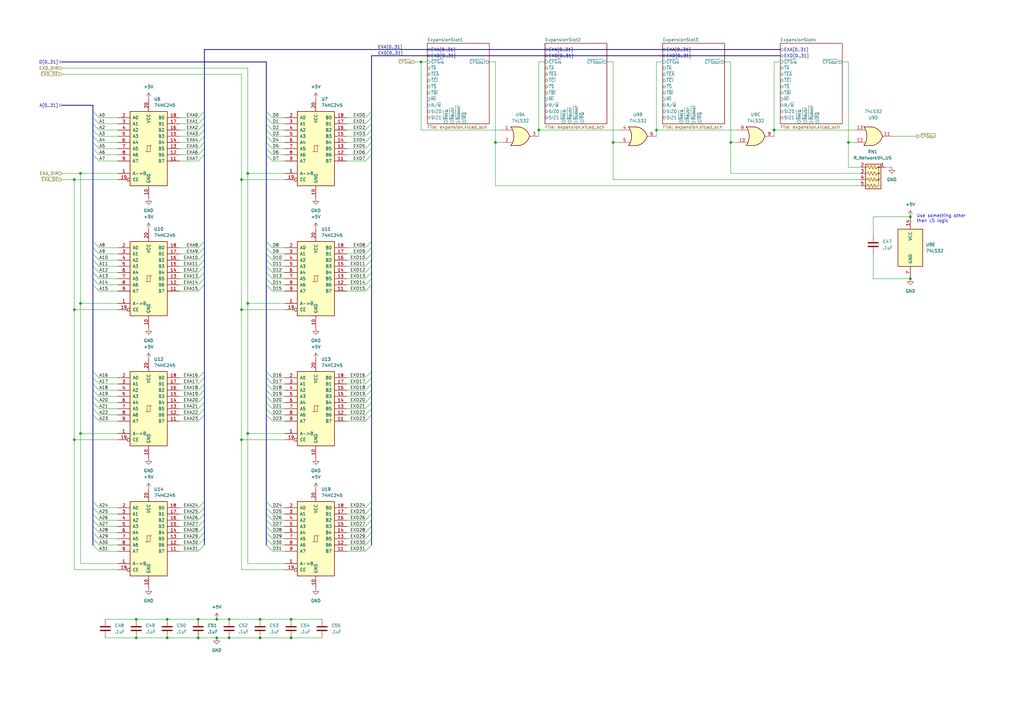
<source format=kicad_sch>
(kicad_sch (version 20230121) (generator eeschema)
  (paper "A3")
  (lib_symbols
    (symbol "74xx:74HC245" (pin_names (offset 1.016))
      (property "Reference" "U" (at -7.62 16.51 0))
      (property "Value" "74HC245" (at -7.62 -16.51 0))
      (symbol "74HC245_1_0"
        (pin input line (at -12.7 -10.16 0) (length 5.08) (name "A->B") (number "1"))
        (pin power_in line (at 0 -20.32 90) (length 5.08) (name "GND") (number "10"))
        (pin tri_state line (at 12.7 -5.08 180) (length 5.08) (name "B7") (number "11"))
        (pin tri_state line (at 12.7 -2.54 180) (length 5.08) (name "B6") (number "12"))
        (pin tri_state line (at 12.7 0 180) (length 5.08) (name "B5") (number "13"))
        (pin tri_state line (at 12.7 2.54 180) (length 5.08) (name "B4") (number "14"))
        (pin tri_state line (at 12.7 5.08 180) (length 5.08) (name "B3") (number "15"))
        (pin tri_state line (at 12.7 7.62 180) (length 5.08) (name "B2") (number "16"))
        (pin tri_state line (at 12.7 10.16 180) (length 5.08) (name "B1") (number "17"))
        (pin tri_state line (at 12.7 12.7 180) (length 5.08) (name "B0") (number "18"))
        (pin input inverted (at -12.7 -12.7 0) (length 5.08) (name "CE") (number "19"))
        (pin tri_state line (at -12.7 12.7 0) (length 5.08) (name "A0") (number "2"))
        (pin power_in line (at 0 20.32 270) (length 5.08) (name "VCC") (number "20"))
        (pin tri_state line (at -12.7 10.16 0) (length 5.08) (name "A1") (number "3"))
        (pin tri_state line (at -12.7 7.62 0) (length 5.08) (name "A2") (number "4"))
        (pin tri_state line (at -12.7 5.08 0) (length 5.08) (name "A3") (number "5"))
        (pin tri_state line (at -12.7 2.54 0) (length 5.08) (name "A4") (number "6"))
        (pin tri_state line (at -12.7 0 0) (length 5.08) (name "A5") (number "7"))
        (pin tri_state line (at -12.7 -2.54 0) (length 5.08) (name "A6") (number "8"))
        (pin tri_state line (at -12.7 -5.08 0) (length 5.08) (name "A7") (number "9"))
      )
    )
    (symbol "74xx:74LS32" (pin_names (offset 1.016))
      (property "Reference" "U" (at 0 1.27 0))
      (property "Value" "74LS32" (at 0 -1.27 0))
      (symbol "74LS32_1_1"
        (pin input line (at -7.62 2.54 0) (length 4.318) (name "~") (number "1"))
        (pin input line (at -7.62 -2.54 0) (length 4.318) (name "~") (number "2"))
        (pin output line (at 7.62 0 180) (length 3.81) (name "~") (number "3"))
      )
      (symbol "74LS32_1_2"
        (pin input inverted (at -7.62 2.54 0) (length 3.81) (name "~") (number "1"))
        (pin input inverted (at -7.62 -2.54 0) (length 3.81) (name "~") (number "2"))
        (pin output inverted (at 7.62 0 180) (length 3.81) (name "~") (number "3"))
      )
      (symbol "74LS32_2_1"
        (pin input line (at -7.62 2.54 0) (length 4.318) (name "~") (number "4"))
        (pin input line (at -7.62 -2.54 0) (length 4.318) (name "~") (number "5"))
        (pin output line (at 7.62 0 180) (length 3.81) (name "~") (number "6"))
      )
      (symbol "74LS32_2_2"
        (pin input inverted (at -7.62 2.54 0) (length 3.81) (name "~") (number "4"))
        (pin input inverted (at -7.62 -2.54 0) (length 3.81) (name "~") (number "5"))
        (pin output inverted (at 7.62 0 180) (length 3.81) (name "~") (number "6"))
      )
      (symbol "74LS32_3_1"
        (pin input line (at -7.62 -2.54 0) (length 4.318) (name "~") (number "10"))
        (pin output line (at 7.62 0 180) (length 3.81) (name "~") (number "8"))
        (pin input line (at -7.62 2.54 0) (length 4.318) (name "~") (number "9"))
      )
      (symbol "74LS32_3_2"
        (pin input inverted (at -7.62 -2.54 0) (length 3.81) (name "~") (number "10"))
        (pin output inverted (at 7.62 0 180) (length 3.81) (name "~") (number "8"))
        (pin input inverted (at -7.62 2.54 0) (length 3.81) (name "~") (number "9"))
      )
      (symbol "74LS32_4_1"
        (pin output line (at 7.62 0 180) (length 3.81) (name "~") (number "11"))
        (pin input line (at -7.62 2.54 0) (length 4.318) (name "~") (number "12"))
        (pin input line (at -7.62 -2.54 0) (length 4.318) (name "~") (number "13"))
      )
      (symbol "74LS32_4_2"
        (pin output inverted (at 7.62 0 180) (length 3.81) (name "~") (number "11"))
        (pin input inverted (at -7.62 2.54 0) (length 3.81) (name "~") (number "12"))
        (pin input inverted (at -7.62 -2.54 0) (length 3.81) (name "~") (number "13"))
      )
      (symbol "74LS32_5_0"
        (pin power_in line (at 0 12.7 270) (length 5.08) (name "VCC") (number "14"))
        (pin power_in line (at 0 -12.7 90) (length 5.08) (name "GND") (number "7"))
      )
    )
    (symbol "Device:C" (pin_numbers hide) (pin_names (offset 0.254))
      (property "Reference" "C" (at 0.635 2.54 0))
      (property "Value" "C" (at 0.635 -2.54 0))
      (symbol "C_1_1"
        (pin passive line (at 0 3.81 270) (length 2.794) (name "~") (number "1"))
        (pin passive line (at 0 -3.81 90) (length 2.794) (name "~") (number "2"))
      )
    )
    (symbol "Device:R_Network04_US" (pin_names (offset 0) hide)
      (property "Reference" "RN" (at -7.62 0 90))
      (property "Value" "R_Network04_US" (at 5.08 0 90))
      (symbol "R_Network04_US_1_1"
        (pin passive line (at -5.08 5.08 270) (length 2.54) (name "common") (number "1"))
        (pin passive line (at -5.08 -5.08 90) (length 1.27) (name "R1") (number "2"))
        (pin passive line (at -2.54 -5.08 90) (length 1.27) (name "R2") (number "3"))
        (pin passive line (at 0 -5.08 90) (length 1.27) (name "R3") (number "4"))
        (pin passive line (at 2.54 -5.08 90) (length 1.27) (name "R4") (number "5"))
      )
    )
    (symbol "power:+5V" (power) (pin_names (offset 0))
      (property "Value" "+5V" (at 0 3.556 0))
      (symbol "+5V_1_1"
        (pin power_in line (at 0 0 90) (length 0) hide (name "+5V") (number "1"))
      )
    )
    (symbol "power:GND" (power) (pin_names (offset 0))
      (property "Value" "GND" (at 0 -3.81 0))
      (symbol "GND_1_1"
        (pin power_in line (at 0 0 270) (length 0) hide (name "GND") (number "1"))
      )
    )
  )
  (junction (at 88.9 254))
  (junction (at 30.48 127))
  (junction (at 203.2 58.42))
  (junction (at 119.38 254))
  (junction (at 33.02 177.8))
  (junction (at 81.28 261.62))
  (junction (at 93.98 261.62))
  (junction (at 99.06 127))
  (junction (at 101.6 71.12))
  (junction (at 106.68 254))
  (junction (at 88.9 261.62))
  (junction (at 373.38 88.9))
  (junction (at 33.02 71.12))
  (junction (at 55.88 261.62))
  (junction (at 33.02 124.46))
  (junction (at 373.38 114.3))
  (junction (at 99.06 73.66))
  (junction (at 81.28 254))
  (junction (at 269.24 53.34))
  (junction (at 172.72 25.4))
  (junction (at 101.6 177.8))
  (junction (at 68.58 254))
  (junction (at 347.98 58.42))
  (junction (at 251.46 58.42))
  (junction (at 220.98 53.34))
  (junction (at 317.5 53.34))
  (junction (at 99.06 180.34))
  (junction (at 119.38 261.62))
  (junction (at 93.98 254))
  (junction (at 55.88 254))
  (junction (at 299.72 58.42))
  (junction (at 30.48 73.66))
  (junction (at 106.68 261.62))
  (junction (at 101.6 124.46))
  (junction (at 30.48 180.34))
  (junction (at 68.58 261.62))
  (bus_entry (at 109.22 154.94) (size 2.54 2.54))
  (bus_entry (at 109.22 116.84) (size 2.54 2.54))
  (bus_entry (at 83.82 162.56) (size -2.54 2.54))
  (bus_entry (at 149.86 165.1) (size 2.54 -2.54))
  (bus_entry (at 149.86 58.42) (size 2.54 -2.54))
  (bus_entry (at 38.1 58.42) (size 2.54 2.54))
  (bus_entry (at 38.1 218.44) (size 2.54 2.54))
  (bus_entry (at 38.1 152.4) (size 2.54 2.54))
  (bus_entry (at 38.1 104.14) (size 2.54 2.54))
  (bus_entry (at 83.82 53.34) (size -2.54 2.54))
  (bus_entry (at 109.22 60.96) (size 2.54 2.54))
  (bus_entry (at 149.86 210.82) (size 2.54 -2.54))
  (bus_entry (at 83.82 111.76) (size -2.54 2.54))
  (bus_entry (at 109.22 157.48) (size 2.54 2.54))
  (bus_entry (at 149.86 213.36) (size 2.54 -2.54))
  (bus_entry (at 83.82 154.94) (size -2.54 2.54))
  (bus_entry (at 149.86 111.76) (size 2.54 -2.54))
  (bus_entry (at 109.22 53.34) (size 2.54 2.54))
  (bus_entry (at 38.1 208.28) (size 2.54 2.54))
  (bus_entry (at 38.1 215.9) (size 2.54 2.54))
  (bus_entry (at 149.86 215.9) (size 2.54 -2.54))
  (bus_entry (at 38.1 170.18) (size 2.54 2.54))
  (bus_entry (at 109.22 50.8) (size 2.54 2.54))
  (bus_entry (at 109.22 152.4) (size 2.54 2.54))
  (bus_entry (at 83.82 104.14) (size -2.54 2.54))
  (bus_entry (at 109.22 223.52) (size 2.54 2.54))
  (bus_entry (at 38.1 63.5) (size 2.54 2.54))
  (bus_entry (at 109.22 218.44) (size 2.54 2.54))
  (bus_entry (at 149.86 55.88) (size 2.54 -2.54))
  (bus_entry (at 109.22 210.82) (size 2.54 2.54))
  (bus_entry (at 38.1 53.34) (size 2.54 2.54))
  (bus_entry (at 38.1 114.3) (size 2.54 2.54))
  (bus_entry (at 149.86 101.6) (size 2.54 -2.54))
  (bus_entry (at 38.1 213.36) (size 2.54 2.54))
  (bus_entry (at 109.22 104.14) (size 2.54 2.54))
  (bus_entry (at 83.82 60.96) (size -2.54 2.54))
  (bus_entry (at 149.86 208.28) (size 2.54 -2.54))
  (bus_entry (at 109.22 160.02) (size 2.54 2.54))
  (bus_entry (at 38.1 99.06) (size 2.54 2.54))
  (bus_entry (at 83.82 165.1) (size -2.54 2.54))
  (bus_entry (at 149.86 170.18) (size 2.54 -2.54))
  (bus_entry (at 149.86 104.14) (size 2.54 -2.54))
  (bus_entry (at 83.82 48.26) (size -2.54 2.54))
  (bus_entry (at 109.22 109.22) (size 2.54 2.54))
  (bus_entry (at 83.82 218.44) (size -2.54 2.54))
  (bus_entry (at 83.82 215.9) (size -2.54 2.54))
  (bus_entry (at 83.82 55.88) (size -2.54 2.54))
  (bus_entry (at 149.86 106.68) (size 2.54 -2.54))
  (bus_entry (at 83.82 152.4) (size -2.54 2.54))
  (bus_entry (at 109.22 101.6) (size 2.54 2.54))
  (bus_entry (at 109.22 165.1) (size 2.54 2.54))
  (bus_entry (at 83.82 205.74) (size -2.54 2.54))
  (bus_entry (at 83.82 109.22) (size -2.54 2.54))
  (bus_entry (at 38.1 111.76) (size 2.54 2.54))
  (bus_entry (at 109.22 45.72) (size 2.54 2.54))
  (bus_entry (at 83.82 106.68) (size -2.54 2.54))
  (bus_entry (at 149.86 157.48) (size 2.54 -2.54))
  (bus_entry (at 83.82 213.36) (size -2.54 2.54))
  (bus_entry (at 83.82 223.52) (size -2.54 2.54))
  (bus_entry (at 38.1 160.02) (size 2.54 2.54))
  (bus_entry (at 83.82 170.18) (size -2.54 2.54))
  (bus_entry (at 149.86 109.22) (size 2.54 -2.54))
  (bus_entry (at 149.86 116.84) (size 2.54 -2.54))
  (bus_entry (at 149.86 167.64) (size 2.54 -2.54))
  (bus_entry (at 149.86 172.72) (size 2.54 -2.54))
  (bus_entry (at 83.82 114.3) (size -2.54 2.54))
  (bus_entry (at 149.86 218.44) (size 2.54 -2.54))
  (bus_entry (at 83.82 160.02) (size -2.54 2.54))
  (bus_entry (at 149.86 226.06) (size 2.54 -2.54))
  (bus_entry (at 109.22 63.5) (size 2.54 2.54))
  (bus_entry (at 38.1 50.8) (size 2.54 2.54))
  (bus_entry (at 83.82 167.64) (size -2.54 2.54))
  (bus_entry (at 38.1 109.22) (size 2.54 2.54))
  (bus_entry (at 109.22 208.28) (size 2.54 2.54))
  (bus_entry (at 109.22 111.76) (size 2.54 2.54))
  (bus_entry (at 109.22 99.06) (size 2.54 2.54))
  (bus_entry (at 83.82 99.06) (size -2.54 2.54))
  (bus_entry (at 38.1 205.74) (size 2.54 2.54))
  (bus_entry (at 149.86 114.3) (size 2.54 -2.54))
  (bus_entry (at 38.1 157.48) (size 2.54 2.54))
  (bus_entry (at 38.1 106.68) (size 2.54 2.54))
  (bus_entry (at 109.22 205.74) (size 2.54 2.54))
  (bus_entry (at 83.82 210.82) (size -2.54 2.54))
  (bus_entry (at 38.1 101.6) (size 2.54 2.54))
  (bus_entry (at 38.1 223.52) (size 2.54 2.54))
  (bus_entry (at 149.86 162.56) (size 2.54 -2.54))
  (bus_entry (at 83.82 63.5) (size -2.54 2.54))
  (bus_entry (at 109.22 215.9) (size 2.54 2.54))
  (bus_entry (at 149.86 220.98) (size 2.54 -2.54))
  (bus_entry (at 149.86 63.5) (size 2.54 -2.54))
  (bus_entry (at 109.22 48.26) (size 2.54 2.54))
  (bus_entry (at 38.1 45.72) (size 2.54 2.54))
  (bus_entry (at 38.1 210.82) (size 2.54 2.54))
  (bus_entry (at 38.1 48.26) (size 2.54 2.54))
  (bus_entry (at 109.22 106.68) (size 2.54 2.54))
  (bus_entry (at 109.22 114.3) (size 2.54 2.54))
  (bus_entry (at 109.22 170.18) (size 2.54 2.54))
  (bus_entry (at 83.82 50.8) (size -2.54 2.54))
  (bus_entry (at 109.22 55.88) (size 2.54 2.54))
  (bus_entry (at 109.22 220.98) (size 2.54 2.54))
  (bus_entry (at 83.82 45.72) (size -2.54 2.54))
  (bus_entry (at 149.86 48.26) (size 2.54 -2.54))
  (bus_entry (at 38.1 154.94) (size 2.54 2.54))
  (bus_entry (at 83.82 101.6) (size -2.54 2.54))
  (bus_entry (at 83.82 116.84) (size -2.54 2.54))
  (bus_entry (at 149.86 223.52) (size 2.54 -2.54))
  (bus_entry (at 83.82 208.28) (size -2.54 2.54))
  (bus_entry (at 38.1 162.56) (size 2.54 2.54))
  (bus_entry (at 149.86 60.96) (size 2.54 -2.54))
  (bus_entry (at 38.1 116.84) (size 2.54 2.54))
  (bus_entry (at 109.22 162.56) (size 2.54 2.54))
  (bus_entry (at 149.86 154.94) (size 2.54 -2.54))
  (bus_entry (at 149.86 160.02) (size 2.54 -2.54))
  (bus_entry (at 83.82 220.98) (size -2.54 2.54))
  (bus_entry (at 83.82 58.42) (size -2.54 2.54))
  (bus_entry (at 109.22 167.64) (size 2.54 2.54))
  (bus_entry (at 149.86 66.04) (size 2.54 -2.54))
  (bus_entry (at 149.86 53.34) (size 2.54 -2.54))
  (bus_entry (at 38.1 165.1) (size 2.54 2.54))
  (bus_entry (at 38.1 55.88) (size 2.54 2.54))
  (bus_entry (at 38.1 220.98) (size 2.54 2.54))
  (bus_entry (at 38.1 60.96) (size 2.54 2.54))
  (bus_entry (at 149.86 119.38) (size 2.54 -2.54))
  (bus_entry (at 109.22 213.36) (size 2.54 2.54))
  (bus_entry (at 83.82 157.48) (size -2.54 2.54))
  (bus_entry (at 38.1 167.64) (size 2.54 2.54))
  (bus_entry (at 109.22 58.42) (size 2.54 2.54))
  (bus_entry (at 149.86 50.8) (size 2.54 -2.54))
  (wire (pts (xy 111.76 58.42) (xy 116.84 58.42)))
  (bus (pts (xy 152.4 116.84) (xy 152.4 152.4)))
  (wire (pts (xy 142.24 154.94) (xy 149.86 154.94)))
  (wire (pts (xy 40.64 210.82) (xy 48.26 210.82)))
  (bus (pts (xy 83.82 20.32) (xy 320.04 20.32)))
  (wire (pts (xy 40.64 111.76) (xy 48.26 111.76)))
  (wire (pts (xy 142.24 167.64) (xy 149.86 167.64)))
  (wire (pts (xy 111.76 165.1) (xy 116.84 165.1)))
  (wire (pts (xy 81.28 48.26) (xy 73.66 48.26)))
  (wire (pts (xy 81.28 165.1) (xy 73.66 165.1)))
  (wire (pts (xy 40.64 213.36) (xy 48.26 213.36)))
  (wire (pts (xy 116.84 180.34) (xy 99.06 180.34)))
  (wire (pts (xy 33.02 124.46) (xy 33.02 177.8)))
  (wire (pts (xy 25.4 73.66) (xy 30.48 73.66)))
  (bus (pts (xy 38.1 162.56) (xy 38.1 165.1)))
  (bus (pts (xy 109.22 116.84) (xy 109.22 152.4)))
  (wire (pts (xy 40.64 218.44) (xy 48.26 218.44)))
  (wire (pts (xy 40.64 114.3) (xy 48.26 114.3)))
  (wire (pts (xy 142.24 170.18) (xy 149.86 170.18)))
  (wire (pts (xy 111.76 160.02) (xy 116.84 160.02)))
  (bus (pts (xy 152.4 22.86) (xy 152.4 45.72)))
  (bus (pts (xy 152.4 50.8) (xy 152.4 53.34)))
  (bus (pts (xy 152.4 45.72) (xy 152.4 48.26)))
  (wire (pts (xy 30.48 73.66) (xy 48.26 73.66)))
  (bus (pts (xy 83.82 210.82) (xy 83.82 213.36)))
  (bus (pts (xy 83.82 215.9) (xy 83.82 218.44)))
  (bus (pts (xy 152.4 55.88) (xy 152.4 58.42)))
  (wire (pts (xy 81.28 111.76) (xy 73.66 111.76)))
  (wire (pts (xy 40.64 63.5) (xy 48.26 63.5)))
  (bus (pts (xy 109.22 170.18) (xy 109.22 205.74)))
  (wire (pts (xy 223.52 25.4) (xy 220.98 25.4)))
  (bus (pts (xy 38.1 50.8) (xy 38.1 53.34)))
  (bus (pts (xy 83.82 50.8) (xy 83.82 53.34)))
  (bus (pts (xy 152.4 58.42) (xy 152.4 60.96)))
  (bus (pts (xy 152.4 210.82) (xy 152.4 213.36)))
  (wire (pts (xy 269.24 53.34) (xy 269.24 55.88)))
  (wire (pts (xy 142.24 223.52) (xy 149.86 223.52)))
  (wire (pts (xy 363.22 68.58) (xy 365.76 68.58)))
  (wire (pts (xy 33.02 124.46) (xy 48.26 124.46)))
  (wire (pts (xy 101.6 124.46) (xy 101.6 177.8)))
  (wire (pts (xy 358.14 88.9) (xy 358.14 96.52)))
  (wire (pts (xy 111.76 162.56) (xy 116.84 162.56)))
  (bus (pts (xy 83.82 60.96) (xy 83.82 63.5)))
  (wire (pts (xy 358.14 88.9) (xy 373.38 88.9)))
  (bus (pts (xy 38.1 116.84) (xy 38.1 152.4)))
  (bus (pts (xy 109.22 50.8) (xy 109.22 53.34)))
  (wire (pts (xy 269.24 25.4) (xy 269.24 53.34)))
  (wire (pts (xy 142.24 48.26) (xy 149.86 48.26)))
  (wire (pts (xy 40.64 58.42) (xy 48.26 58.42)))
  (wire (pts (xy 40.64 53.34) (xy 48.26 53.34)))
  (bus (pts (xy 109.22 208.28) (xy 109.22 210.82)))
  (wire (pts (xy 111.76 109.22) (xy 116.84 109.22)))
  (wire (pts (xy 200.66 25.4) (xy 203.2 25.4)))
  (wire (pts (xy 142.24 116.84) (xy 149.86 116.84)))
  (bus (pts (xy 83.82 114.3) (xy 83.82 116.84)))
  (wire (pts (xy 116.84 233.68) (xy 99.06 233.68)))
  (bus (pts (xy 38.1 101.6) (xy 38.1 104.14)))
  (wire (pts (xy 111.76 101.6) (xy 116.84 101.6)))
  (wire (pts (xy 81.28 162.56) (xy 73.66 162.56)))
  (bus (pts (xy 152.4 213.36) (xy 152.4 215.9)))
  (wire (pts (xy 81.28 220.98) (xy 73.66 220.98)))
  (bus (pts (xy 152.4 208.28) (xy 152.4 210.82)))
  (bus (pts (xy 83.82 205.74) (xy 83.82 208.28)))
  (wire (pts (xy 111.76 213.36) (xy 116.84 213.36)))
  (bus (pts (xy 83.82 58.42) (xy 83.82 60.96)))
  (bus (pts (xy 109.22 106.68) (xy 109.22 109.22)))
  (bus (pts (xy 109.22 101.6) (xy 109.22 104.14)))
  (bus (pts (xy 83.82 208.28) (xy 83.82 210.82)))
  (wire (pts (xy 142.24 66.04) (xy 149.86 66.04)))
  (bus (pts (xy 83.82 48.26) (xy 83.82 50.8)))
  (wire (pts (xy 40.64 55.88) (xy 48.26 55.88)))
  (bus (pts (xy 152.4 167.64) (xy 152.4 170.18)))
  (wire (pts (xy 251.46 58.42) (xy 251.46 73.66)))
  (bus (pts (xy 83.82 109.22) (xy 83.82 111.76)))
  (bus (pts (xy 38.1 111.76) (xy 38.1 114.3)))
  (wire (pts (xy 81.28 157.48) (xy 73.66 157.48)))
  (wire (pts (xy 40.64 223.52) (xy 48.26 223.52)))
  (bus (pts (xy 152.4 99.06) (xy 152.4 101.6)))
  (bus (pts (xy 109.22 48.26) (xy 109.22 50.8)))
  (wire (pts (xy 203.2 76.2) (xy 353.06 76.2)))
  (bus (pts (xy 152.4 170.18) (xy 152.4 205.74)))
  (wire (pts (xy 220.98 53.34) (xy 254 53.34)))
  (bus (pts (xy 83.82 220.98) (xy 83.82 223.52)))
  (wire (pts (xy 81.28 114.3) (xy 73.66 114.3)))
  (bus (pts (xy 38.1 104.14) (xy 38.1 106.68)))
  (wire (pts (xy 142.24 101.6) (xy 149.86 101.6)))
  (bus (pts (xy 38.1 210.82) (xy 38.1 213.36)))
  (wire (pts (xy 40.64 215.9) (xy 48.26 215.9)))
  (bus (pts (xy 83.82 45.72) (xy 83.82 48.26)))
  (wire (pts (xy 111.76 215.9) (xy 116.84 215.9)))
  (bus (pts (xy 152.4 63.5) (xy 152.4 99.06)))
  (wire (pts (xy 347.98 68.58) (xy 353.06 68.58)))
  (wire (pts (xy 142.24 60.96) (xy 149.86 60.96)))
  (wire (pts (xy 203.2 58.42) (xy 205.74 58.42)))
  (wire (pts (xy 172.72 53.34) (xy 205.74 53.34)))
  (bus (pts (xy 38.1 170.18) (xy 38.1 205.74)))
  (wire (pts (xy 320.04 25.4) (xy 317.5 25.4)))
  (wire (pts (xy 40.64 167.64) (xy 48.26 167.64)))
  (wire (pts (xy 170.18 25.4) (xy 172.72 25.4)))
  (bus (pts (xy 152.4 157.48) (xy 152.4 160.02)))
  (bus (pts (xy 38.1 220.98) (xy 38.1 223.52)))
  (wire (pts (xy 111.76 48.26) (xy 116.84 48.26)))
  (wire (pts (xy 81.28 101.6) (xy 73.66 101.6)))
  (wire (pts (xy 81.28 106.68) (xy 73.66 106.68)))
  (bus (pts (xy 83.82 213.36) (xy 83.82 215.9)))
  (wire (pts (xy 88.9 254) (xy 93.98 254)))
  (bus (pts (xy 38.1 58.42) (xy 38.1 60.96)))
  (wire (pts (xy 111.76 114.3) (xy 116.84 114.3)))
  (wire (pts (xy 81.28 116.84) (xy 73.66 116.84)))
  (wire (pts (xy 111.76 106.68) (xy 116.84 106.68)))
  (wire (pts (xy 43.18 261.62) (xy 55.88 261.62)))
  (wire (pts (xy 142.24 208.28) (xy 149.86 208.28)))
  (wire (pts (xy 40.64 104.14) (xy 48.26 104.14)))
  (wire (pts (xy 81.28 254) (xy 88.9 254)))
  (wire (pts (xy 81.28 210.82) (xy 73.66 210.82)))
  (wire (pts (xy 142.24 55.88) (xy 149.86 55.88)))
  (bus (pts (xy 109.22 58.42) (xy 109.22 60.96)))
  (bus (pts (xy 83.82 63.5) (xy 83.82 99.06)))
  (wire (pts (xy 142.24 210.82) (xy 149.86 210.82)))
  (bus (pts (xy 38.1 218.44) (xy 38.1 220.98)))
  (bus (pts (xy 83.82 101.6) (xy 83.82 104.14)))
  (wire (pts (xy 101.6 177.8) (xy 116.84 177.8)))
  (wire (pts (xy 119.38 261.62) (xy 132.08 261.62)))
  (wire (pts (xy 68.58 261.62) (xy 81.28 261.62)))
  (bus (pts (xy 152.4 114.3) (xy 152.4 116.84)))
  (wire (pts (xy 40.64 60.96) (xy 48.26 60.96)))
  (bus (pts (xy 38.1 167.64) (xy 38.1 170.18)))
  (wire (pts (xy 142.24 213.36) (xy 149.86 213.36)))
  (wire (pts (xy 347.98 58.42) (xy 347.98 68.58)))
  (wire (pts (xy 111.76 50.8) (xy 116.84 50.8)))
  (bus (pts (xy 38.1 60.96) (xy 38.1 63.5)))
  (wire (pts (xy 81.28 223.52) (xy 73.66 223.52)))
  (wire (pts (xy 142.24 162.56) (xy 149.86 162.56)))
  (bus (pts (xy 83.82 20.32) (xy 83.82 45.72)))
  (wire (pts (xy 40.64 154.94) (xy 48.26 154.94)))
  (wire (pts (xy 142.24 119.38) (xy 149.86 119.38)))
  (wire (pts (xy 25.4 71.12) (xy 33.02 71.12)))
  (wire (pts (xy 40.64 106.68) (xy 48.26 106.68)))
  (wire (pts (xy 142.24 114.3) (xy 149.86 114.3)))
  (wire (pts (xy 203.2 58.42) (xy 203.2 76.2)))
  (wire (pts (xy 55.88 254) (xy 68.58 254)))
  (bus (pts (xy 25.4 25.4) (xy 109.22 25.4)))
  (wire (pts (xy 40.64 162.56) (xy 48.26 162.56)))
  (wire (pts (xy 101.6 71.12) (xy 116.84 71.12)))
  (wire (pts (xy 99.06 127) (xy 99.06 180.34)))
  (bus (pts (xy 109.22 45.72) (xy 109.22 48.26)))
  (wire (pts (xy 271.78 25.4) (xy 269.24 25.4)))
  (wire (pts (xy 81.28 119.38) (xy 73.66 119.38)))
  (wire (pts (xy 365.76 55.88) (xy 375.92 55.88)))
  (bus (pts (xy 83.82 167.64) (xy 83.82 170.18)))
  (bus (pts (xy 109.22 162.56) (xy 109.22 165.1)))
  (wire (pts (xy 81.28 58.42) (xy 73.66 58.42)))
  (bus (pts (xy 152.4 152.4) (xy 152.4 154.94)))
  (wire (pts (xy 33.02 231.14) (xy 48.26 231.14)))
  (bus (pts (xy 38.1 109.22) (xy 38.1 111.76)))
  (bus (pts (xy 83.82 116.84) (xy 83.82 152.4)))
  (wire (pts (xy 81.28 66.04) (xy 73.66 66.04)))
  (wire (pts (xy 106.68 254) (xy 119.38 254)))
  (wire (pts (xy 269.24 53.34) (xy 302.26 53.34)))
  (bus (pts (xy 109.22 167.64) (xy 109.22 170.18)))
  (wire (pts (xy 40.64 220.98) (xy 48.26 220.98)))
  (bus (pts (xy 83.82 170.18) (xy 83.82 205.74)))
  (wire (pts (xy 142.24 226.06) (xy 149.86 226.06)))
  (wire (pts (xy 142.24 218.44) (xy 149.86 218.44)))
  (bus (pts (xy 38.1 157.48) (xy 38.1 160.02)))
  (bus (pts (xy 152.4 160.02) (xy 152.4 162.56)))
  (bus (pts (xy 152.4 162.56) (xy 152.4 165.1)))
  (wire (pts (xy 299.72 71.12) (xy 353.06 71.12)))
  (bus (pts (xy 109.22 154.94) (xy 109.22 157.48)))
  (wire (pts (xy 111.76 116.84) (xy 116.84 116.84)))
  (bus (pts (xy 38.1 215.9) (xy 38.1 218.44)))
  (wire (pts (xy 93.98 261.62) (xy 106.68 261.62)))
  (wire (pts (xy 142.24 111.76) (xy 149.86 111.76)))
  (wire (pts (xy 99.06 73.66) (xy 99.06 127)))
  (wire (pts (xy 55.88 261.62) (xy 68.58 261.62)))
  (wire (pts (xy 142.24 220.98) (xy 149.86 220.98)))
  (wire (pts (xy 101.6 231.14) (xy 116.84 231.14)))
  (wire (pts (xy 40.64 172.72) (xy 48.26 172.72)))
  (bus (pts (xy 109.22 165.1) (xy 109.22 167.64)))
  (bus (pts (xy 152.4 111.76) (xy 152.4 114.3)))
  (wire (pts (xy 111.76 111.76) (xy 116.84 111.76)))
  (wire (pts (xy 25.4 30.48) (xy 99.06 30.48)))
  (wire (pts (xy 358.14 114.3) (xy 373.38 114.3)))
  (bus (pts (xy 109.22 109.22) (xy 109.22 111.76)))
  (bus (pts (xy 109.22 63.5) (xy 109.22 99.06)))
  (wire (pts (xy 81.28 170.18) (xy 73.66 170.18)))
  (wire (pts (xy 347.98 58.42) (xy 350.52 58.42)))
  (wire (pts (xy 30.48 73.66) (xy 30.48 127)))
  (wire (pts (xy 317.5 25.4) (xy 317.5 53.34)))
  (bus (pts (xy 25.4 43.18) (xy 38.1 43.18)))
  (wire (pts (xy 81.28 167.64) (xy 73.66 167.64)))
  (wire (pts (xy 111.76 172.72) (xy 116.84 172.72)))
  (bus (pts (xy 109.22 53.34) (xy 109.22 55.88)))
  (bus (pts (xy 152.4 220.98) (xy 152.4 223.52)))
  (wire (pts (xy 111.76 63.5) (xy 116.84 63.5)))
  (wire (pts (xy 40.64 170.18) (xy 48.26 170.18)))
  (bus (pts (xy 83.82 99.06) (xy 83.82 101.6)))
  (wire (pts (xy 30.48 180.34) (xy 30.48 233.68)))
  (bus (pts (xy 109.22 114.3) (xy 109.22 116.84)))
  (bus (pts (xy 83.82 104.14) (xy 83.82 106.68)))
  (wire (pts (xy 142.24 109.22) (xy 149.86 109.22)))
  (bus (pts (xy 109.22 111.76) (xy 109.22 114.3)))
  (bus (pts (xy 109.22 55.88) (xy 109.22 58.42)))
  (wire (pts (xy 111.76 157.48) (xy 116.84 157.48)))
  (wire (pts (xy 48.26 233.68) (xy 30.48 233.68)))
  (wire (pts (xy 99.06 30.48) (xy 99.06 73.66)))
  (wire (pts (xy 172.72 25.4) (xy 172.72 53.34)))
  (wire (pts (xy 220.98 53.34) (xy 220.98 55.88)))
  (wire (pts (xy 111.76 55.88) (xy 116.84 55.88)))
  (wire (pts (xy 172.72 25.4) (xy 175.26 25.4)))
  (bus (pts (xy 109.22 99.06) (xy 109.22 101.6)))
  (wire (pts (xy 142.24 106.68) (xy 149.86 106.68)))
  (wire (pts (xy 119.38 254) (xy 132.08 254)))
  (bus (pts (xy 38.1 114.3) (xy 38.1 116.84)))
  (wire (pts (xy 101.6 124.46) (xy 101.6 71.12)))
  (bus (pts (xy 109.22 205.74) (xy 109.22 208.28)))
  (wire (pts (xy 317.5 53.34) (xy 317.5 55.88)))
  (wire (pts (xy 297.18 25.4) (xy 299.72 25.4)))
  (bus (pts (xy 152.4 109.22) (xy 152.4 111.76)))
  (bus (pts (xy 83.82 111.76) (xy 83.82 114.3)))
  (wire (pts (xy 40.64 157.48) (xy 48.26 157.48)))
  (wire (pts (xy 299.72 25.4) (xy 299.72 58.42)))
  (wire (pts (xy 25.4 27.94) (xy 101.6 27.94)))
  (wire (pts (xy 81.28 55.88) (xy 73.66 55.88)))
  (wire (pts (xy 358.14 104.14) (xy 358.14 114.3)))
  (wire (pts (xy 40.64 226.06) (xy 48.26 226.06)))
  (wire (pts (xy 248.92 25.4) (xy 251.46 25.4)))
  (wire (pts (xy 33.02 177.8) (xy 48.26 177.8)))
  (wire (pts (xy 106.68 261.62) (xy 119.38 261.62)))
  (wire (pts (xy 116.84 127) (xy 99.06 127)))
  (wire (pts (xy 317.5 53.34) (xy 350.52 53.34)))
  (wire (pts (xy 101.6 27.94) (xy 101.6 71.12)))
  (bus (pts (xy 38.1 154.94) (xy 38.1 157.48)))
  (wire (pts (xy 40.64 208.28) (xy 48.26 208.28)))
  (bus (pts (xy 109.22 60.96) (xy 109.22 63.5)))
  (wire (pts (xy 81.28 109.22) (xy 73.66 109.22)))
  (wire (pts (xy 111.76 223.52) (xy 116.84 223.52)))
  (wire (pts (xy 81.28 104.14) (xy 73.66 104.14)))
  (wire (pts (xy 142.24 63.5) (xy 149.86 63.5)))
  (wire (pts (xy 111.76 119.38) (xy 116.84 119.38)))
  (wire (pts (xy 142.24 215.9) (xy 149.86 215.9)))
  (bus (pts (xy 109.22 152.4) (xy 109.22 154.94)))
  (wire (pts (xy 142.24 172.72) (xy 149.86 172.72)))
  (wire (pts (xy 251.46 58.42) (xy 254 58.42)))
  (bus (pts (xy 152.4 53.34) (xy 152.4 55.88)))
  (wire (pts (xy 81.28 208.28) (xy 73.66 208.28)))
  (bus (pts (xy 38.1 53.34) (xy 38.1 55.88)))
  (wire (pts (xy 40.64 119.38) (xy 48.26 119.38)))
  (wire (pts (xy 111.76 167.64) (xy 116.84 167.64)))
  (wire (pts (xy 81.28 215.9) (xy 73.66 215.9)))
  (bus (pts (xy 152.4 205.74) (xy 152.4 208.28)))
  (bus (pts (xy 152.4 165.1) (xy 152.4 167.64)))
  (wire (pts (xy 33.02 124.46) (xy 33.02 71.12)))
  (bus (pts (xy 83.82 160.02) (xy 83.82 162.56)))
  (bus (pts (xy 152.4 60.96) (xy 152.4 63.5)))
  (wire (pts (xy 111.76 170.18) (xy 116.84 170.18)))
  (wire (pts (xy 299.72 58.42) (xy 299.72 71.12)))
  (bus (pts (xy 38.1 63.5) (xy 38.1 99.06)))
  (bus (pts (xy 38.1 165.1) (xy 38.1 167.64)))
  (wire (pts (xy 40.64 116.84) (xy 48.26 116.84)))
  (bus (pts (xy 38.1 43.18) (xy 38.1 45.72)))
  (wire (pts (xy 111.76 104.14) (xy 116.84 104.14)))
  (bus (pts (xy 152.4 101.6) (xy 152.4 104.14)))
  (bus (pts (xy 109.22 210.82) (xy 109.22 213.36)))
  (wire (pts (xy 101.6 124.46) (xy 116.84 124.46)))
  (bus (pts (xy 152.4 104.14) (xy 152.4 106.68)))
  (bus (pts (xy 38.1 160.02) (xy 38.1 162.56)))
  (wire (pts (xy 81.28 53.34) (xy 73.66 53.34)))
  (bus (pts (xy 38.1 205.74) (xy 38.1 208.28)))
  (bus (pts (xy 109.22 25.4) (xy 109.22 45.72)))
  (bus (pts (xy 109.22 213.36) (xy 109.22 215.9)))
  (wire (pts (xy 30.48 127) (xy 30.48 180.34)))
  (wire (pts (xy 345.44 25.4) (xy 347.98 25.4)))
  (wire (pts (xy 99.06 73.66) (xy 116.84 73.66)))
  (wire (pts (xy 40.64 165.1) (xy 48.26 165.1)))
  (wire (pts (xy 111.76 66.04) (xy 116.84 66.04)))
  (wire (pts (xy 142.24 160.02) (xy 149.86 160.02)))
  (wire (pts (xy 81.28 50.8) (xy 73.66 50.8)))
  (wire (pts (xy 40.64 101.6) (xy 48.26 101.6)))
  (bus (pts (xy 152.4 154.94) (xy 152.4 157.48)))
  (wire (pts (xy 251.46 25.4) (xy 251.46 58.42)))
  (wire (pts (xy 299.72 58.42) (xy 302.26 58.42)))
  (bus (pts (xy 109.22 160.02) (xy 109.22 162.56)))
  (wire (pts (xy 40.64 66.04) (xy 48.26 66.04)))
  (wire (pts (xy 142.24 165.1) (xy 149.86 165.1)))
  (bus (pts (xy 83.82 55.88) (xy 83.82 58.42)))
  (wire (pts (xy 40.64 50.8) (xy 48.26 50.8)))
  (wire (pts (xy 251.46 73.66) (xy 353.06 73.66)))
  (wire (pts (xy 111.76 220.98) (xy 116.84 220.98)))
  (wire (pts (xy 142.24 104.14) (xy 149.86 104.14)))
  (bus (pts (xy 152.4 215.9) (xy 152.4 218.44)))
  (bus (pts (xy 83.82 106.68) (xy 83.82 109.22)))
  (wire (pts (xy 81.28 154.94) (xy 73.66 154.94)))
  (wire (pts (xy 142.24 50.8) (xy 149.86 50.8)))
  (wire (pts (xy 93.98 254) (xy 106.68 254)))
  (bus (pts (xy 109.22 220.98) (xy 109.22 223.52)))
  (bus (pts (xy 83.82 154.94) (xy 83.82 157.48)))
  (bus (pts (xy 38.1 106.68) (xy 38.1 109.22)))
  (bus (pts (xy 83.82 218.44) (xy 83.82 220.98)))
  (wire (pts (xy 81.28 226.06) (xy 73.66 226.06)))
  (bus (pts (xy 83.82 53.34) (xy 83.82 55.88)))
  (bus (pts (xy 38.1 208.28) (xy 38.1 210.82)))
  (wire (pts (xy 347.98 25.4) (xy 347.98 58.42)))
  (bus (pts (xy 109.22 215.9) (xy 109.22 218.44)))
  (wire (pts (xy 220.98 25.4) (xy 220.98 53.34)))
  (wire (pts (xy 68.58 254) (xy 81.28 254)))
  (bus (pts (xy 38.1 99.06) (xy 38.1 101.6)))
  (wire (pts (xy 111.76 60.96) (xy 116.84 60.96)))
  (bus (pts (xy 83.82 152.4) (xy 83.82 154.94)))
  (bus (pts (xy 83.82 162.56) (xy 83.82 165.1)))
  (wire (pts (xy 81.28 172.72) (xy 73.66 172.72)))
  (wire (pts (xy 111.76 210.82) (xy 116.84 210.82)))
  (wire (pts (xy 81.28 213.36) (xy 73.66 213.36)))
  (wire (pts (xy 111.76 53.34) (xy 116.84 53.34)))
  (bus (pts (xy 152.4 22.86) (xy 320.04 22.86)))
  (wire (pts (xy 40.64 109.22) (xy 48.26 109.22)))
  (bus (pts (xy 152.4 48.26) (xy 152.4 50.8)))
  (wire (pts (xy 111.76 208.28) (xy 116.84 208.28)))
  (wire (pts (xy 48.26 180.34) (xy 30.48 180.34)))
  (bus (pts (xy 109.22 218.44) (xy 109.22 220.98)))
  (wire (pts (xy 81.28 218.44) (xy 73.66 218.44)))
  (wire (pts (xy 33.02 71.12) (xy 48.26 71.12)))
  (wire (pts (xy 142.24 157.48) (xy 149.86 157.48)))
  (bus (pts (xy 38.1 55.88) (xy 38.1 58.42)))
  (wire (pts (xy 43.18 254) (xy 55.88 254)))
  (bus (pts (xy 38.1 213.36) (xy 38.1 215.9)))
  (wire (pts (xy 81.28 160.02) (xy 73.66 160.02)))
  (bus (pts (xy 38.1 48.26) (xy 38.1 50.8)))
  (bus (pts (xy 152.4 106.68) (xy 152.4 109.22)))
  (wire (pts (xy 203.2 25.4) (xy 203.2 58.42)))
  (wire (pts (xy 40.64 48.26) (xy 48.26 48.26)))
  (wire (pts (xy 142.24 58.42) (xy 149.86 58.42)))
  (bus (pts (xy 152.4 218.44) (xy 152.4 220.98)))
  (wire (pts (xy 81.28 63.5) (xy 73.66 63.5)))
  (wire (pts (xy 111.76 154.94) (xy 116.84 154.94)))
  (wire (pts (xy 142.24 53.34) (xy 149.86 53.34)))
  (wire (pts (xy 33.02 177.8) (xy 33.02 231.14)))
  (wire (pts (xy 99.06 180.34) (xy 99.06 233.68)))
  (bus (pts (xy 38.1 45.72) (xy 38.1 48.26)))
  (wire (pts (xy 88.9 261.62) (xy 93.98 261.62)))
  (wire (pts (xy 81.28 60.96) (xy 73.66 60.96)))
  (bus (pts (xy 83.82 165.1) (xy 83.82 167.64)))
  (bus (pts (xy 109.22 157.48) (xy 109.22 160.02)))
  (wire (pts (xy 101.6 177.8) (xy 101.6 231.14)))
  (wire (pts (xy 40.64 160.02) (xy 48.26 160.02)))
  (wire (pts (xy 81.28 261.62) (xy 88.9 261.62)))
  (bus (pts (xy 38.1 152.4) (xy 38.1 154.94)))
  (wire (pts (xy 111.76 226.06) (xy 116.84 226.06)))
  (wire (pts (xy 48.26 127) (xy 30.48 127)))
  (wire (pts (xy 111.76 218.44) (xy 116.84 218.44)))
  (bus (pts (xy 83.82 157.48) (xy 83.82 160.02)))
  (bus (pts (xy 109.22 104.14) (xy 109.22 106.68)))
  (text "Use something other\nthan LS logic" (at 375.92 91.44 0) (effects (font (size 1.27 1.27)) (justify left bottom)))
  (label "A5" (at 40.64 60.96 0))
  (label "D11" (at 111.76 109.22 0))
  (label "EXA31" (at 81.28 226.06 180))
  (label "EXD1" (at 149.86 50.8 180))
  (label "EXA6" (at 81.28 63.5 180))
  (label "A11" (at 40.64 109.22 0))
  (label "EXD10" (at 149.86 106.68 180))
  (label "EXA25" (at 81.28 210.82 180))
  (label "A26" (at 40.64 213.36 0))
  (label "EXA18" (at 81.28 160.02 180))
  (label "D7" (at 111.76 66.04 0))
  (label "A9" (at 40.64 104.14 0))
  (label "EXD21" (at 149.86 167.64 180))
  (label "D14" (at 111.76 116.84 0))
  (label "D0" (at 111.76 48.26 0))
  (label "D2" (at 111.76 53.34 0))
  (label "A22" (at 40.64 170.18 0))
  (label "A30" (at 40.64 223.52 0))
  (label "D24" (at 111.76 208.28 0))
  (label "A4" (at 40.64 58.42 0))
  (label "EXD3" (at 149.86 55.88 180))
  (label "D8" (at 111.76 101.6 0))
  (label "EXD16" (at 149.86 154.94 180))
  (label "A15" (at 40.64 119.38 0))
  (label "EXA3" (at 81.28 55.88 180))
  (label "EXD7" (at 149.86 66.04 180))
  (label "D18" (at 111.76 160.02 0))
  (label "EXD18" (at 149.86 160.02 180))
  (label "EXD25" (at 149.86 210.82 180))
  (label "A2" (at 40.64 53.34 0))
  (label "EXD15" (at 149.86 119.38 180))
  (label "EXA7" (at 81.28 66.04 180))
  (label "EXA8" (at 81.28 101.6 180))
  (label "A20" (at 40.64 165.1 0))
  (label "EXA15" (at 81.28 119.38 180))
  (label "EXA28" (at 81.28 218.44 180))
  (label "A17" (at 40.64 157.48 0))
  (label "EXA0" (at 81.28 48.26 180))
  (label "D23" (at 111.76 172.72 0))
  (label "A8" (at 40.64 101.6 0))
  (label "A10" (at 40.64 106.68 0))
  (label "EXA21" (at 81.28 167.64 180))
  (label "EXD17" (at 149.86 157.48 180))
  (label "D12" (at 111.76 111.76 0))
  (label "EXD26" (at 149.86 213.36 180))
  (label "EXA29" (at 81.28 220.98 180))
  (label "EXA11" (at 81.28 109.22 180))
  (label "D25" (at 111.76 210.82 0))
  (label "EXA19" (at 81.28 162.56 180))
  (label "A31" (at 40.64 226.06 0))
  (label "A29" (at 40.64 220.98 0))
  (label "D16" (at 111.76 154.94 0))
  (label "EXA24" (at 81.28 208.28 180))
  (label "EXD22" (at 149.86 170.18 180))
  (label "A25" (at 40.64 210.82 0))
  (label "A16" (at 40.64 154.94 0))
  (label "D9" (at 111.76 104.14 0))
  (label "EXD31" (at 149.86 226.06 180))
  (label "EXD20" (at 149.86 165.1 180))
  (label "D19" (at 111.76 162.56 0))
  (label "EXD30" (at 149.86 223.52 180))
  (label "A28" (at 40.64 218.44 0))
  (label "A21" (at 40.64 167.64 0))
  (label "EXD23" (at 149.86 172.72 180))
  (label "EXA4" (at 81.28 58.42 180))
  (label "D22" (at 111.76 170.18 0))
  (label "EXA9" (at 81.28 104.14 180))
  (label "EXD2" (at 149.86 53.34 180))
  (label "A23" (at 40.64 172.72 0))
  (label "A19" (at 40.64 162.56 0))
  (label "D6" (at 111.76 63.5 0))
  (label "EXD6" (at 149.86 63.5 180))
  (label "D3" (at 111.76 55.88 0))
  (label "EXA5" (at 81.28 60.96 180))
  (label "EXA1" (at 81.28 50.8 180))
  (label "A18" (at 40.64 160.02 0))
  (label "EXA10" (at 81.28 106.68 180))
  (label "EXD[0..31]" (at 154.94 22.86 0))
  (label "D31" (at 111.76 226.06 0))
  (label "EXD0" (at 149.86 48.26 180))
  (label "D5" (at 111.76 60.96 0))
  (label "EXA13" (at 81.28 114.3 180))
  (label "EXA22" (at 81.28 170.18 180))
  (label "EXA30" (at 81.28 223.52 180))
  (label "A7" (at 40.64 66.04 0))
  (label "A27" (at 40.64 215.9 0))
  (label "D17" (at 111.76 157.48 0))
  (label "A3" (at 40.64 55.88 0))
  (label "D13" (at 111.76 114.3 0))
  (label "EXA2" (at 81.28 53.34 180))
  (label "D27" (at 111.76 215.9 0))
  (label "EXD27" (at 149.86 215.9 180))
  (label "EXD14" (at 149.86 116.84 180))
  (label "EXA[0..31]" (at 154.94 20.32 0))
  (label "A14" (at 40.64 116.84 0))
  (label "A6" (at 40.64 63.5 0))
  (label "D30" (at 111.76 223.52 0))
  (label "A13" (at 40.64 114.3 0))
  (label "A1" (at 40.64 50.8 0))
  (label "EXA14" (at 81.28 116.84 180))
  (label "EXA23" (at 81.28 172.72 180))
  (label "D1" (at 111.76 50.8 0))
  (label "EXD13" (at 149.86 114.3 180))
  (label "D29" (at 111.76 220.98 0))
  (label "D28" (at 111.76 218.44 0))
  (label "D15" (at 111.76 119.38 0))
  (label "EXA16" (at 81.28 154.94 180))
  (label "A0" (at 40.64 48.26 0))
  (label "EXA20" (at 81.28 165.1 180))
  (label "A12" (at 40.64 111.76 0))
  (label "EXA17" (at 81.28 157.48 180))
  (label "D21" (at 111.76 167.64 0))
  (label "D20" (at 111.76 165.1 0))
  (label "EXD29" (at 149.86 220.98 180))
  (label "EXD28" (at 149.86 218.44 180))
  (label "EXA27" (at 81.28 215.9 180))
  (label "EXD12" (at 149.86 111.76 180))
  (label "EXD8" (at 149.86 101.6 180))
  (label "EXD11" (at 149.86 109.22 180))
  (label "D4" (at 111.76 58.42 0))
  (label "EXD24" (at 149.86 208.28 180))
  (label "EXA26" (at 81.28 213.36 180))
  (label "EXD19" (at 149.86 162.56 180))
  (label "D10" (at 111.76 106.68 0))
  (label "D26" (at 111.76 213.36 0))
  (label "A24" (at 40.64 208.28 0))
  (label "EXA12" (at 81.28 111.76 180))
  (label "EXD4" (at 149.86 58.42 180))
  (label "EXD9" (at 149.86 104.14 180))
  (label "EXD5" (at 149.86 60.96 180))
  (hierarchical_label "D[0..31]" (shape bidirectional) (at 25.4 25.4 180))
  (hierarchical_label "~{CFG_{IN}}" (shape input) (at 170.18 25.4 180))
  (hierarchical_label "A[0..31]" (shape bidirectional) (at 25.4 43.18 180))
  (hierarchical_label "~{EXD_OE}" (shape input) (at 25.4 30.48 180))
  (hierarchical_label "~{CFG_{OUT}}" (shape output) (at 375.92 55.88 0))
  (hierarchical_label "EXD_DIR" (shape input) (at 25.4 27.94 180))
  (hierarchical_label "EXA_DIR" (shape input) (at 25.4 71.12 180))
  (hierarchical_label "~{EXA_OE}" (shape input) (at 25.4 73.66 180))
  (symbol (lib_id "power:GND") (at 129.54 81.28 0) (unit 1)
    (property "Reference" "#PWR074" (effects hide))
    (property "Value" "GND" (at 129.54 86.36 0))
  )
  (symbol (lib_id "Device:C") (at 43.18 257.81 0) (unit 1)
    (property "Reference" "C48" (at 46.99 256.54 0) (effects (justify left)))
    (property "Value" ".1uF" (at 46.99 259.08 0) (effects (justify left)))
  )
  (symbol (lib_id "power:GND") (at 129.54 187.96 0) (unit 1)
    (property "Reference" "#PWR084" (effects hide))
    (property "Value" "GND" (at 129.54 193.04 0))
  )
  (symbol (lib_id "power:+5V") (at 60.96 40.64 0) (unit 1)
    (property "Reference" "#PWR070" (effects hide))
    (property "Value" "+5V" (at 60.96 35.56 0))
  )
  (symbol (lib_id "power:+5V") (at 129.54 200.66 0) (unit 1)
    (property "Reference" "#PWR086" (effects hide))
    (property "Value" "+5V" (at 129.54 195.58 0))
  )
  (symbol (lib_id "Device:C") (at 93.98 257.81 0) (unit 1)
    (property "Reference" "C52" (at 97.79 256.54 0) (effects (justify left)))
    (property "Value" ".1uF" (at 97.79 259.08 0) (effects (justify left)))
  )
  (symbol (lib_id "power:+5V") (at 129.54 147.32 0) (unit 1)
    (property "Reference" "#PWR082" (effects hide))
    (property "Value" "+5V" (at 129.54 142.24 0))
  )
  (symbol (lib_id "74xx:74HC245") (at 60.96 60.96 0) (unit 1)
    (property "Reference" "U6" (at 63.1541 40.64 0) (effects (justify left)))
    (property "Value" "74HC245" (at 63.1541 43.18 0) (effects (justify left)))
    (property "Footprint" "Package_SO:SOIC-20W_7.5x12.8mm_P1.27mm" (effects hide))
    (property "Datasheet" "http://www.ti.com/lit/gpn/sn74HC245" (effects hide))
  )
  (symbol (lib_id "power:GND") (at 365.76 68.58 0) (unit 1)
    (property "Reference" "#PWR075" (effects hide))
    (property "Value" "GND" (at 365.76 73.66 0))
  )
  (symbol (lib_id "74xx:74LS32") (at 358.14 55.88 0) (mirror x) (unit 4)
    (property "Reference" "U9" (at 358.14 48.26 0))
    (property "Value" "74LS32" (at 358.14 45.72 0))
    (property "Footprint" "Package_SO:SOIC-14_3.9x8.7mm_P1.27mm" (effects hide))
    (property "Datasheet" "http://www.ti.com/lit/gpn/sn74LS32" (effects hide))
  )
  (symbol (lib_id "Device:C") (at 55.88 257.81 0) (unit 1)
    (property "Reference" "C49" (at 59.69 256.54 0) (effects (justify left)))
    (property "Value" ".1uF" (at 59.69 259.08 0) (effects (justify left)))
  )
  (symbol (lib_id "power:GND") (at 60.96 241.3 0) (unit 1)
    (property "Reference" "#PWR087" (effects hide))
    (property "Value" "GND" (at 60.96 246.38 0))
  )
  (symbol (lib_id "Device:C") (at 68.58 257.81 0) (unit 1)
    (property "Reference" "C50" (at 72.39 256.54 0) (effects (justify left)))
    (property "Value" ".1uF" (at 72.39 259.08 0) (effects (justify left)))
  )
  (symbol (lib_id "Device:C") (at 81.28 257.81 0) (unit 1)
    (property "Reference" "C51" (at 85.09 256.54 0) (effects (justify left)))
    (property "Value" ".1uF" (at 85.09 259.08 0) (effects (justify left)))
  )
  (symbol (lib_id "power:GND") (at 60.96 81.28 0) (unit 1)
    (property "Reference" "#PWR073" (effects hide))
    (property "Value" "GND" (at 60.96 86.36 0))
  )
  (symbol (lib_id "power:+5V") (at 60.96 200.66 0) (unit 1)
    (property "Reference" "#PWR085" (effects hide))
    (property "Value" "+5V" (at 60.96 195.58 0))
  )
  (symbol (lib_id "power:GND") (at 88.9 261.62 0) (unit 1)
    (property "Reference" "#PWR054" (effects hide))
    (property "Value" "GND" (at 88.9 266.7 0))
  )
  (symbol (lib_id "Device:C") (at 358.14 100.33 0) (unit 1)
    (property "Reference" "C47" (at 361.95 99.06 0) (effects (justify left)))
    (property "Value" ".1uF" (at 361.95 101.6 0) (effects (justify left)))
  )
  (symbol (lib_id "74xx:74HC245") (at 129.54 114.3 0) (unit 1)
    (property "Reference" "U11" (at 131.7341 93.98 0) (effects (justify left)))
    (property "Value" "74HC245" (at 131.7341 96.52 0) (effects (justify left)))
    (property "Footprint" "Package_SO:SOIC-20W_7.5x12.8mm_P1.27mm" (effects hide))
    (property "Datasheet" "http://www.ti.com/lit/gpn/sn74HC245" (effects hide))
  )
  (symbol (lib_id "power:GND") (at 373.38 114.3 0) (unit 1)
    (property "Reference" "#PWR092" (effects hide))
    (property "Value" "GND" (at 373.38 119.38 0))
  )
  (symbol (lib_id "74xx:74LS32") (at 261.62 55.88 0) (unit 2)
    (property "Reference" "U9" (at 261.62 46.99 0))
    (property "Value" "74LS32" (at 261.62 49.53 0))
    (property "Footprint" "Package_SO:SOIC-14_3.9x8.7mm_P1.27mm" (effects hide))
    (property "Datasheet" "http://www.ti.com/lit/gpn/sn74LS32" (effects hide))
  )
  (symbol (lib_id "74xx:74HC245") (at 60.96 114.3 0) (unit 1)
    (property "Reference" "U10" (at 63.1541 93.98 0) (effects (justify left)))
    (property "Value" "74HC245" (at 63.1541 96.52 0) (effects (justify left)))
    (property "Footprint" "Package_SO:SOIC-20W_7.5x12.8mm_P1.27mm" (effects hide))
    (property "Datasheet" "http://www.ti.com/lit/gpn/sn74HC245" (effects hide))
  )
  (symbol (lib_id "power:+5V") (at 373.38 88.9 0) (unit 1)
    (property "Reference" "#PWR090" (effects hide))
    (property "Value" "+5V" (at 373.38 83.82 0))
  )
  (symbol (lib_id "74xx:74HC245") (at 129.54 60.96 0) (unit 1)
    (property "Reference" "U7" (at 131.7341 40.64 0) (effects (justify left)))
    (property "Value" "74HC245" (at 131.7341 43.18 0) (effects (justify left)))
    (property "Footprint" "Package_SO:SOIC-20W_7.5x12.8mm_P1.27mm" (effects hide))
    (property "Datasheet" "http://www.ti.com/lit/gpn/sn74HC245" (effects hide))
  )
  (symbol (lib_id "power:+5V") (at 88.9 254 0) (unit 1)
    (property "Reference" "#PWR039" (effects hide))
    (property "Value" "+5V" (at 88.9 248.92 0))
  )
  (symbol (lib_id "74xx:74HC245") (at 129.54 220.98 0) (unit 1)
    (property "Reference" "U19" (at 131.7341 200.66 0) (effects (justify left)))
    (property "Value" "74HC245" (at 131.7341 203.2 0) (effects (justify left)))
    (property "Footprint" "Package_SO:SOIC-20W_7.5x12.8mm_P1.27mm" (effects hide))
    (property "Datasheet" "http://www.ti.com/lit/gpn/sn74HC245" (effects hide))
  )
  (symbol (lib_id "Device:C") (at 132.08 257.81 0) (unit 1)
    (property "Reference" "C55" (at 135.89 256.54 0) (effects (justify left)))
    (property "Value" ".1uF" (at 135.89 259.08 0) (effects (justify left)))
  )
  (symbol (lib_id "power:+5V") (at 60.96 93.98 0) (unit 1)
    (property "Reference" "#PWR076" (effects hide))
    (property "Value" "+5V" (at 60.96 88.9 0))
  )
  (symbol (lib_id "74xx:74HC245") (at 60.96 167.64 0) (unit 1)
    (property "Reference" "U12" (at 63.1541 147.32 0) (effects (justify left)))
    (property "Value" "74HC245" (at 63.1541 149.86 0) (effects (justify left)))
    (property "Footprint" "Package_SO:SOIC-20W_7.5x12.8mm_P1.27mm" (effects hide))
    (property "Datasheet" "http://www.ti.com/lit/gpn/sn74HC245" (effects hide))
  )
  (symbol (lib_id "74xx:74HC245") (at 129.54 167.64 0) (unit 1)
    (property "Reference" "U13" (at 131.7341 147.32 0) (effects (justify left)))
    (property "Value" "74HC245" (at 131.7341 149.86 0) (effects (justify left)))
    (property "Footprint" "Package_SO:SOIC-20W_7.5x12.8mm_P1.27mm" (effects hide))
    (property "Datasheet" "http://www.ti.com/lit/gpn/sn74HC245" (effects hide))
  )
  (symbol (lib_id "power:+5V") (at 60.96 147.32 0) (unit 1)
    (property "Reference" "#PWR081" (effects hide))
    (property "Value" "+5V" (at 60.96 142.24 0))
  )
  (symbol (lib_id "74xx:74LS32") (at 309.88 55.88 0) (unit 3)
    (property "Reference" "U9" (at 309.88 46.99 0))
    (property "Value" "74LS32" (at 309.88 49.53 0))
    (property "Footprint" "Package_SO:SOIC-14_3.9x8.7mm_P1.27mm" (effects hide))
    (property "Datasheet" "http://www.ti.com/lit/gpn/sn74LS32" (effects hide))
  )
  (symbol (lib_id "power:+5V") (at 129.54 40.64 0) (unit 1)
    (property "Reference" "#PWR071" (effects hide))
    (property "Value" "+5V" (at 129.54 35.56 0))
  )
  (symbol (lib_id "power:GND") (at 129.54 134.62 0) (unit 1)
    (property "Reference" "#PWR079" (effects hide))
    (property "Value" "GND" (at 129.54 139.7 0))
  )
  (symbol (lib_id "74xx:74LS32") (at 373.38 101.6 0) (unit 5)
    (property "Reference" "U9" (at 379.73 100.33 0) (effects (justify left)))
    (property "Value" "74LS32" (at 379.73 102.87 0) (effects (justify left)))
    (property "Footprint" "Package_SO:SOIC-14_3.9x8.7mm_P1.27mm" (effects hide))
    (property "Datasheet" "http://www.ti.com/lit/gpn/sn74LS32" (effects hide))
  )
  (symbol (lib_id "74xx:74LS32") (at 213.36 55.88 0) (unit 1)
    (property "Reference" "U9" (at 213.36 46.99 0))
    (property "Value" "74LS32" (at 213.36 49.53 0))
    (property "Footprint" "Package_SO:SOIC-14_3.9x8.7mm_P1.27mm" (effects hide))
    (property "Datasheet" "http://www.ti.com/lit/gpn/sn74LS32" (effects hide))
  )
  (symbol (lib_id "power:GND") (at 60.96 134.62 0) (unit 1)
    (property "Reference" "#PWR078" (effects hide))
    (property "Value" "GND" (at 60.96 139.7 0))
  )
  (symbol (lib_id "Device:C") (at 106.68 257.81 0) (unit 1)
    (property "Reference" "C53" (at 110.49 256.54 0) (effects (justify left)))
    (property "Value" ".1uF" (at 110.49 259.08 0) (effects (justify left)))
  )
  (symbol (lib_id "74xx:74HC245") (at 60.96 220.98 0) (unit 1)
    (property "Reference" "U14" (at 63.1541 200.66 0) (effects (justify left)))
    (property "Value" "74HC245" (at 63.1541 203.2 0) (effects (justify left)))
    (property "Footprint" "Package_SO:SOIC-20W_7.5x12.8mm_P1.27mm" (effects hide))
    (property "Datasheet" "http://www.ti.com/lit/gpn/sn74HC245" (effects hide))
  )
  (symbol (lib_id "power:+5V") (at 129.54 93.98 0) (unit 1)
    (property "Reference" "#PWR077" (effects hide))
    (property "Value" "+5V" (at 129.54 88.9 0))
  )
  (symbol (lib_id "Device:C") (at 119.38 257.81 0) (unit 1)
    (property "Reference" "C54" (at 123.19 256.54 0) (effects (justify left)))
    (property "Value" ".1uF" (at 123.19 259.08 0) (effects (justify left)))
  )
  (symbol (lib_id "Device:R_Network04_US") (at 358.14 73.66 270) (unit 1)
    (property "Reference" "RN1" (at 357.886 62.23 90))
    (property "Value" "R_Network04_US" (at 357.886 64.77 90))
    (property "Footprint" "Resistor_THT:R_Array_SIP5" (effects hide))
    (property "Datasheet" "http://www.vishay.com/docs/31509/csc.pdf" (effects hide))
  )
  (symbol (lib_id "power:GND") (at 60.96 187.96 0) (unit 1)
    (property "Reference" "#PWR083" (effects hide))
    (property "Value" "GND" (at 60.96 193.04 0))
  )
  (symbol (lib_id "power:GND") (at 129.54 241.3 0) (unit 1)
    (property "Reference" "#PWR089" (effects hide))
    (property "Value" "GND" (at 129.54 246.38 0))
  )
  (sheet (at 271.78 17.78) (size 25.4 33.02) (stroke (width 0.1524))
    (property "Sheetname" "ExpansionSlot3" (at 271.78 17.0684 0) (effects (justify left bottom)))
    (property "Sheetfile" "expansion.kicad_sch" (at 271.78 51.3846 0) (effects (justify left top)))
    (pin "~{CFG_{IN}}" input (at 271.78 25.4 180))
    (pin "~{CFG_{OUT}}" output (at 297.18 25.4 0))
    (pin "EXD[0..31]" bidirectional (at 271.78 22.86 180))
    (pin "EXA[0..31]" bidirectional (at 271.78 20.32 180))
    (pin "~{TA}" bidirectional (at 271.78 27.94 180))
    (pin "~{TEA}" bidirectional (at 271.78 30.48 180))
    (pin "~{TCI}" bidirectional (at 271.78 33.02 180))
    (pin "~{TS}" bidirectional (at 271.78 35.56 180))
    (pin "~{TBI}" bidirectional (at 271.78 38.1 180))
    (pin "~{MI}" input (at 271.78 40.64 180))
    (pin "~{B_{REQ}}" output (at 279.4 50.8 270))
    (pin "~{B_{BUSY}}" output (at 281.94 50.8 270))
    (pin "R{slash}~{W}" bidirectional (at 271.78 43.18 180))
    (pin "SIZ0" bidirectional (at 271.78 45.72 180))
    (pin "SIZ1" bidirectional (at 271.78 48.26 180))
    (pin "~{IRQ}" output (at 287.02 50.8 270))
    (pin "~{B_{GRANT}}" input (at 284.48 50.8 270))
  )
  (sheet (at 175.26 17.78) (size 25.4 33.02) (stroke (width 0.1524))
    (property "Sheetname" "ExpansionSlot1" (at 175.26 17.0684 0) (effects (justify left bottom)))
    (property "Sheetfile" "expansion.kicad_sch" (at 175.26 51.3846 0) (effects (justify left top)))
    (pin "~{CFG_{IN}}" input (at 175.26 25.4 180))
    (pin "~{CFG_{OUT}}" output (at 200.66 25.4 0))
    (pin "EXD[0..31]" bidirectional (at 175.26 22.86 180))
    (pin "EXA[0..31]" bidirectional (at 175.26 20.32 180))
    (pin "~{TA}" bidirectional (at 175.26 27.94 180))
    (pin "~{TEA}" bidirectional (at 175.26 30.48 180))
    (pin "~{TCI}" bidirectional (at 175.26 33.02 180))
    (pin "~{TS}" bidirectional (at 175.26 35.56 180))
    (pin "~{TBI}" bidirectional (at 175.26 38.1 180))
    (pin "~{MI}" input (at 175.26 40.64 180))
    (pin "~{B_{REQ}}" output (at 182.88 50.8 270))
    (pin "~{B_{BUSY}}" output (at 185.42 50.8 270))
    (pin "R{slash}~{W}" bidirectional (at 175.26 43.18 180))
    (pin "SIZ0" bidirectional (at 175.26 45.72 180))
    (pin "SIZ1" bidirectional (at 175.26 48.26 180))
    (pin "~{IRQ}" output (at 190.5 50.8 270))
    (pin "~{B_{GRANT}}" input (at 187.96 50.8 270))
  )
  (sheet (at 223.52 17.78) (size 25.4 33.02) (stroke (width 0.1524))
    (property "Sheetname" "ExpansionSlot2" (at 223.52 17.0684 0) (effects (justify left bottom)))
    (property "Sheetfile" "expansion.kicad_sch" (at 223.52 51.3846 0) (effects (justify left top)))
    (pin "~{CFG_{IN}}" input (at 223.52 25.4 180))
    (pin "~{CFG_{OUT}}" output (at 248.92 25.4 0))
    (pin "EXA[0..31]" bidirectional (at 223.52 20.32 180))
    (pin "EXD[0..31]" bidirectional (at 223.52 22.86 180))
    (pin "~{TA}" bidirectional (at 223.52 27.94 180))
    (pin "~{TEA}" bidirectional (at 223.52 30.48 180))
    (pin "~{TCI}" bidirectional (at 223.52 33.02 180))
    (pin "~{TS}" bidirectional (at 223.52 35.56 180))
    (pin "~{TBI}" bidirectional (at 223.52 38.1 180))
    (pin "~{MI}" input (at 223.52 40.64 180))
    (pin "~{B_{REQ}}" output (at 231.14 50.8 270))
    (pin "~{B_{BUSY}}" output (at 233.68 50.8 270))
    (pin "R{slash}~{W}" bidirectional (at 223.52 43.18 180))
    (pin "SIZ0" bidirectional (at 223.52 45.72 180))
    (pin "SIZ1" bidirectional (at 223.52 48.26 180))
    (pin "~{IRQ}" output (at 238.76 50.8 270))
    (pin "~{B_{GRANT}}" input (at 236.22 50.8 270))
  )
  (sheet (at 320.04 17.78) (size 25.4 33.02) (stroke (width 0.1524))
    (property "Sheetname" "ExpansionSlot4" (at 320.04 17.0684 0) (effects (justify left bottom)))
    (property "Sheetfile" "expansion.kicad_sch" (at 320.04 51.3846 0) (effects (justify left top)))
    (pin "~{CFG_{IN}}" input (at 320.04 25.4 180))
    (pin "~{CFG_{OUT}}" output (at 345.44 25.4 0))
    (pin "EXD[0..31]" bidirectional (at 320.04 22.86 180))
    (pin "EXA[0..31]" bidirectional (at 320.04 20.32 180))
    (pin "~{TA}" bidirectional (at 320.04 27.94 180))
    (pin "~{TEA}" bidirectional (at 320.04 30.48 180))
    (pin "~{TCI}" bidirectional (at 320.04 33.02 180))
    (pin "~{TS}" bidirectional (at 320.04 35.56 180))
    (pin "~{TBI}" bidirectional (at 320.04 38.1 180))
    (pin "~{MI}" input (at 320.04 40.64 180))
    (pin "~{B_{REQ}}" output (at 327.66 50.8 270))
    (pin "~{B_{BUSY}}" output (at 330.2 50.8 270))
    (pin "R{slash}~{W}" bidirectional (at 320.04 43.18 180))
    (pin "SIZ0" bidirectional (at 320.04 45.72 180))
    (pin "SIZ1" bidirectional (at 320.04 48.26 180))
    (pin "~{IRQ}" output (at 335.28 50.8 270))
    (pin "~{B_{GRANT}}" input (at 332.74 50.8 270))
  )
)
</source>
